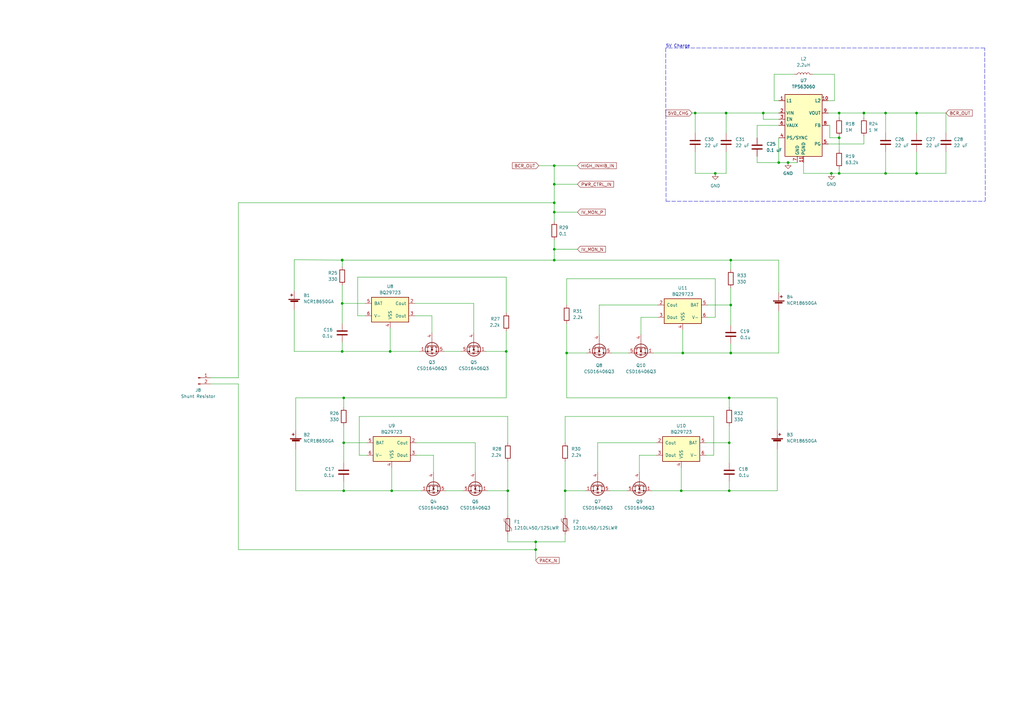
<source format=kicad_sch>
(kicad_sch (version 20211123) (generator eeschema)
  (paper "A3")
  (lib_symbols
    (symbol "Battery_Management:BQ297xy" (pin_names (offset 1.016))
      (property "Reference" "U" (at -6.35 6.35 0))
      (property "Value" "BQ297xy" (at 5.08 -6.35 0))
      (symbol "BQ297xy_0_1"
        (rectangle (start -7.62 5.08) (end 7.62 -5.08) (stroke (width 0.254)) (fill (type background)))
      )
      (symbol "BQ297xy_1_1"
        (pin no_connect line (at 7.62 0 180) (length 2.54) hide (name "NC") (number "1"))
        (pin output line (at 10.16 2.54 180) (length 2.54) (name "Cout") (number "2"))
        (pin output line (at 10.16 -2.54 180) (length 2.54) (name "Dout") (number "3"))
        (pin power_in line (at 0 -7.62 90) (length 2.54) (name "VSS") (number "4"))
        (pin input line (at -10.16 2.54 0) (length 2.54) (name "BAT") (number "5"))
        (pin input line (at -10.16 -2.54 0) (length 2.54) (name "V-") (number "6"))
      )
    )
    (symbol "Connector:Conn_01x02_Male" (pin_names (offset 1.016) hide)
      (property "Reference" "J" (at 0 2.54 0))
      (property "Value" "Conn_01x02_Male" (at 0 -5.08 0))
      (symbol "Conn_01x02_Male_1_1"
        (polyline (pts (xy 1.27 -2.54) (xy 0.8636 -2.54)) (stroke (width 0.1524)))
        (polyline (pts (xy 1.27 0) (xy 0.8636 0)) (stroke (width 0.1524)))
        (rectangle (start 0.8636 -2.413) (end 0 -2.667) (stroke (width 0.1524)) (fill (type outline)))
        (rectangle (start 0.8636 0.127) (end 0 -0.127) (stroke (width 0.1524)) (fill (type outline)))
        (pin passive line (at 5.08 0 180) (length 3.81) (name "Pin_1") (number "1"))
        (pin passive line (at 5.08 -2.54 180) (length 3.81) (name "Pin_2") (number "2"))
      )
    )
    (symbol "Device:Battery_Cell" (pin_numbers hide) (pin_names (offset 0) hide)
      (property "Reference" "BT" (at 2.54 2.54 0))
      (property "Value" "Battery_Cell" (at 2.54 0 0))
      (symbol "Battery_Cell_0_1"
        (rectangle (start -2.286 1.778) (end 2.286 1.524) (fill (type outline)))
        (rectangle (start -1.5748 1.1938) (end 1.4732 0.6858) (fill (type outline)))
        (polyline (pts (xy 0 0.762) (xy 0 0)))
        (polyline (pts (xy 0 1.778) (xy 0 2.54)))
        (polyline (pts (xy 0.508 3.429) (xy 1.524 3.429)) (stroke (width 0.254)))
        (polyline (pts (xy 1.016 3.937) (xy 1.016 2.921)) (stroke (width 0.254)))
      )
      (symbol "Battery_Cell_1_1"
        (pin passive line (at 0 5.08 270) (length 2.54) (name "+") (number "1"))
        (pin passive line (at 0 -2.54 90) (length 2.54) (name "-") (number "2"))
      )
    )
    (symbol "Device:C" (pin_numbers hide) (pin_names (offset 0.254))
      (property "Reference" "C" (at 0.635 2.54 0))
      (property "Value" "C" (at 0.635 -2.54 0))
      (symbol "C_0_1"
        (polyline (pts (xy -2.032 -0.762) (xy 2.032 -0.762)) (stroke (width 0.508)))
        (polyline (pts (xy -2.032 0.762) (xy 2.032 0.762)) (stroke (width 0.508)))
      )
      (symbol "C_1_1"
        (pin passive line (at 0 3.81 270) (length 2.794) (name "~") (number "1"))
        (pin passive line (at 0 -3.81 90) (length 2.794) (name "~") (number "2"))
      )
    )
    (symbol "Device:L" (pin_numbers hide) (pin_names (offset 1.016) hide)
      (property "Reference" "L" (at -1.27 0 90))
      (property "Value" "L" (at 1.905 0 90))
      (symbol "L_0_1"
        (arc (start 0 -2.54) (mid 0.635 -1.905) (end 0 -1.27))
        (arc (start 0 -1.27) (mid 0.635 -0.635) (end 0 0))
        (arc (start 0 0) (mid 0.635 0.635) (end 0 1.27))
        (arc (start 0 1.27) (mid 0.635 1.905) (end 0 2.54))
      )
      (symbol "L_1_1"
        (pin passive line (at 0 3.81 270) (length 1.27) (name "1") (number "1"))
        (pin passive line (at 0 -3.81 90) (length 1.27) (name "2") (number "2"))
      )
    )
    (symbol "Device:Polyfuse" (pin_numbers hide) (pin_names (offset 0))
      (property "Reference" "F" (at -2.54 0 90))
      (property "Value" "Polyfuse" (at 2.54 0 90))
      (symbol "Polyfuse_0_1"
        (rectangle (start -0.762 2.54) (end 0.762 -2.54) (stroke (width 0.254)))
        (polyline (pts (xy 0 2.54) (xy 0 -2.54)))
        (polyline (pts (xy -1.524 2.54) (xy -1.524 1.524) (xy 1.524 -1.524) (xy 1.524 -2.54)))
      )
      (symbol "Polyfuse_1_1"
        (pin passive line (at 0 3.81 270) (length 1.27) (name "~") (number "1"))
        (pin passive line (at 0 -3.81 90) (length 1.27) (name "~") (number "2"))
      )
    )
    (symbol "Device:R" (pin_numbers hide) (pin_names (offset 0))
      (property "Reference" "R" (at 2.032 0 90))
      (property "Value" "R" (at 0 0 90))
      (symbol "R_0_1"
        (rectangle (start -1.016 -2.54) (end 1.016 2.54) (stroke (width 0.254)))
      )
      (symbol "R_1_1"
        (pin passive line (at 0 3.81 270) (length 1.27) (name "~") (number "1"))
        (pin passive line (at 0 -3.81 90) (length 1.27) (name "~") (number "2"))
      )
    )
    (symbol "Regulator_Switching:TPS63060"
      (property "Reference" "U" (at -7.62 13.97 0))
      (property "Value" "TPS63060" (at 2.54 13.97 0))
      (symbol "TPS63060_0_1"
        (rectangle (start -7.62 12.7) (end 7.62 -12.7) (stroke (width 0.254)) (fill (type background)))
      )
      (symbol "TPS63060_1_1"
        (pin input line (at -10.16 10.16 0) (length 2.54) (name "L1") (number "1"))
        (pin input line (at 10.16 10.16 180) (length 2.54) (name "L2") (number "10"))
        (pin power_in line (at 0 -15.24 90) (length 2.54) (name "PGND") (number "11"))
        (pin power_in line (at -10.16 5.08 0) (length 2.54) (name "VIN") (number "2"))
        (pin input line (at -10.16 2.54 0) (length 2.54) (name "EN") (number "3"))
        (pin input line (at -10.16 -5.08 0) (length 2.54) (name "PS/SYNC") (number "4"))
        (pin output line (at 10.16 -7.62 180) (length 2.54) (name "PG") (number "5"))
        (pin passive line (at -10.16 0 0) (length 2.54) (name "VAUX") (number "6"))
        (pin power_in line (at -2.54 -15.24 90) (length 2.54) (name "GND") (number "7"))
        (pin input line (at 10.16 0 180) (length 2.54) (name "FB") (number "8"))
        (pin power_out line (at 10.16 5.08 180) (length 2.54) (name "VOUT") (number "9"))
      )
    )
    (symbol "Transistor_FET:CSD16401Q5" (pin_names hide)
      (property "Reference" "Q" (at 5.08 1.905 0))
      (property "Value" "CSD16401Q5" (at 5.08 0 0))
      (symbol "CSD16401Q5_0_1"
        (polyline (pts (xy 0.254 0) (xy -2.54 0)))
        (polyline (pts (xy 0.254 1.905) (xy 0.254 -1.905)) (stroke (width 0.254)))
        (polyline (pts (xy 0.762 -1.27) (xy 0.762 -2.286)) (stroke (width 0.254)))
        (polyline (pts (xy 0.762 0.508) (xy 0.762 -0.508)) (stroke (width 0.254)))
        (polyline (pts (xy 0.762 2.286) (xy 0.762 1.27)) (stroke (width 0.254)))
        (polyline (pts (xy 2.54 2.54) (xy 2.54 1.778)))
        (polyline (pts (xy 2.54 -2.54) (xy 2.54 0) (xy 0.762 0)))
        (polyline (pts (xy 0.762 -1.778) (xy 3.302 -1.778) (xy 3.302 1.778) (xy 0.762 1.778)))
        (polyline (pts (xy 1.016 0) (xy 2.032 0.381) (xy 2.032 -0.381) (xy 1.016 0)) (fill (type outline)))
        (polyline (pts (xy 2.794 0.508) (xy 2.921 0.381) (xy 3.683 0.381) (xy 3.81 0.254)))
        (polyline (pts (xy 3.302 0.381) (xy 2.921 -0.254) (xy 3.683 -0.254) (xy 3.302 0.381)))
        (circle (center 1.651 0) (radius 2.794) (stroke (width 0.254)))
        (circle (center 2.54 -1.778) (radius 0.254) (fill (type outline)))
        (circle (center 2.54 1.778) (radius 0.254) (fill (type outline)))
      )
      (symbol "CSD16401Q5_1_1"
        (pin passive line (at 2.54 -5.08 90) (length 2.54) (name "S") (number "1"))
        (pin passive line (at 2.54 -5.08 90) (length 2.54) hide (name "S") (number "2"))
        (pin passive line (at 2.54 -5.08 90) (length 2.54) hide (name "S") (number "3"))
        (pin passive line (at -5.08 0 0) (length 2.54) (name "G") (number "4"))
        (pin passive line (at 2.54 5.08 270) (length 2.54) (name "D") (number "5"))
      )
    )
    (symbol "power:GND" (power) (pin_names (offset 0))
      (property "Value" "GND" (at 0 -3.81 0))
      (symbol "GND_0_1"
        (polyline (pts (xy 0 0) (xy 0 -1.27) (xy 1.27 -1.27) (xy 0 -2.54) (xy -1.27 -1.27) (xy 0 -1.27)))
      )
      (symbol "GND_1_1"
        (pin power_in line (at 0 0 270) (length 0) hide (name "GND") (number "1"))
      )
    )
  )
  (junction (at 208.28 201.295))
  (junction (at 227.33 67.945))
  (junction (at 160.655 201.295))
  (junction (at 319.405 66.675))
  (junction (at 323.215 66.675))
  (junction (at 293.37 71.12))
  (junction (at 219.71 222.25))
  (junction (at 219.71 225.425))
  (junction (at 280.035 144.78))
  (junction (at 160.02 144.145))
  (junction (at 140.97 163.195))
  (junction (at 375.92 71.12))
  (junction (at 227.33 102.235))
  (junction (at 227.33 86.995))
  (junction (at 340.995 71.12))
  (junction (at 363.22 71.12))
  (junction (at 140.97 201.295))
  (junction (at 299.085 163.195))
  (junction (at 227.33 83.185))
  (junction (at 299.72 125.095))
  (junction (at 344.17 46.355))
  (junction (at 313.055 46.355))
  (junction (at 344.17 56.515))
  (junction (at 140.335 124.46))
  (junction (at 375.92 46.355))
  (junction (at 140.97 181.61))
  (junction (at 227.33 75.565))
  (junction (at 299.085 201.295))
  (junction (at 207.645 144.145))
  (junction (at 140.3604 106.68))
  (junction (at 140.335 106.68))
  (junction (at 231.775 201.295))
  (junction (at 140.335 144.145))
  (junction (at 299.72 106.68))
  (junction (at 232.41 144.78))
  (junction (at 363.22 46.355))
  (junction (at 297.815 46.355))
  (junction (at 299.085 181.61))
  (junction (at 227.33 106.68))
  (junction (at 285.115 46.355))
  (junction (at 299.72 144.78))
  (junction (at 354.33 46.355))
  (junction (at 279.4 201.295))
  (junction (at 344.17 71.12))
  (wire (pts (xy 146.685 113.665) (xy 146.685 129.54)))
  (wire (pts (xy 292.735 186.69) (xy 289.56 186.69)))
  (wire (pts (xy 120.65 106.553) (xy 140.335 106.68)))
  (wire (pts (xy 120.65 144.145) (xy 140.335 144.145)))
  (wire (pts (xy 121.285 163.195) (xy 121.285 176.53)))
  (wire (pts (xy 318.77 184.15) (xy 318.77 201.295)))
  (wire (pts (xy 150.495 181.61) (xy 140.97 181.61)))
  (wire (pts (xy 232.41 144.78) (xy 232.41 163.195)))
  (wire (pts (xy 354.33 55.88) (xy 354.33 59.055)))
  (wire (pts (xy 299.085 181.61) (xy 299.085 189.865)))
  (wire (pts (xy 147.32 186.69) (xy 150.495 186.69)))
  (wire (pts (xy 207.645 128.27) (xy 207.645 113.665)))
  (wire (pts (xy 319.405 106.68) (xy 299.72 106.68)))
  (wire (pts (xy 340.995 71.12) (xy 344.17 71.12)))
  (wire (pts (xy 140.97 174.625) (xy 140.97 181.61)))
  (polyline (pts (xy 404.114 82.55) (xy 403.86 19.685)))
  (wire (pts (xy 299.085 163.195) (xy 299.085 167.005)))
  (wire (pts (xy 219.71 225.425) (xy 219.71 229.87)))
  (wire (pts (xy 262.89 130.175) (xy 262.89 137.16)))
  (wire (pts (xy 333.375 30.48) (xy 342.265 30.48)))
  (wire (pts (xy 340.36 51.435) (xy 340.36 56.515)))
  (wire (pts (xy 363.22 46.355) (xy 375.92 46.355)))
  (wire (pts (xy 375.92 46.355) (xy 375.92 54.61)))
  (wire (pts (xy 172.085 144.145) (xy 160.02 144.145)))
  (wire (pts (xy 231.775 201.295) (xy 240.03 201.295)))
  (wire (pts (xy 344.17 71.12) (xy 363.22 71.12)))
  (wire (pts (xy 297.815 62.23) (xy 297.815 71.12)))
  (wire (pts (xy 279.4 191.77) (xy 279.4 201.295)))
  (wire (pts (xy 219.71 222.25) (xy 219.71 225.425)))
  (wire (pts (xy 227.33 83.185) (xy 227.33 86.995)))
  (wire (pts (xy 140.97 197.485) (xy 140.97 201.295)))
  (wire (pts (xy 227.33 98.425) (xy 227.33 102.235)))
  (wire (pts (xy 170.815 181.61) (xy 194.945 181.61)))
  (wire (pts (xy 375.92 46.355) (xy 387.985 46.355)))
  (wire (pts (xy 208.28 170.815) (xy 147.32 170.815)))
  (wire (pts (xy 319.405 66.675) (xy 323.215 66.675)))
  (wire (pts (xy 297.815 46.355) (xy 313.055 46.355)))
  (wire (pts (xy 317.5 41.275) (xy 319.405 41.275)))
  (wire (pts (xy 269.24 186.69) (xy 262.255 186.69)))
  (wire (pts (xy 172.72 201.295) (xy 160.655 201.295)))
  (wire (pts (xy 146.685 129.54) (xy 149.86 129.54)))
  (wire (pts (xy 219.71 222.25) (xy 231.775 222.25)))
  (wire (pts (xy 319.405 48.895) (xy 313.055 48.895)))
  (polyline (pts (xy 403.86 19.685) (xy 273.05 19.685)))
  (wire (pts (xy 342.265 41.275) (xy 339.725 41.275)))
  (wire (pts (xy 232.41 132.715) (xy 232.41 144.78)))
  (wire (pts (xy 262.255 186.69) (xy 262.255 193.675)))
  (wire (pts (xy 207.645 144.145) (xy 207.645 163.195)))
  (wire (pts (xy 344.17 61.595) (xy 344.17 56.515)))
  (wire (pts (xy 269.875 130.175) (xy 262.89 130.175)))
  (wire (pts (xy 285.115 46.355) (xy 297.815 46.355)))
  (wire (pts (xy 267.335 201.295) (xy 279.4 201.295)))
  (wire (pts (xy 267.97 144.78) (xy 280.035 144.78)))
  (wire (pts (xy 97.79 154.94) (xy 97.79 83.185)))
  (wire (pts (xy 120.65 127) (xy 120.65 144.145)))
  (wire (pts (xy 227.33 86.995) (xy 236.855 86.995)))
  (wire (pts (xy 121.285 163.195) (xy 140.97 163.195)))
  (wire (pts (xy 231.775 219.075) (xy 231.775 222.25)))
  (wire (pts (xy 344.17 46.355) (xy 354.33 46.355)))
  (wire (pts (xy 292.735 170.815) (xy 292.735 186.69)))
  (wire (pts (xy 340.36 56.515) (xy 344.17 56.515)))
  (wire (pts (xy 293.37 130.175) (xy 290.195 130.175)))
  (wire (pts (xy 160.02 144.145) (xy 140.335 144.145)))
  (wire (pts (xy 354.33 46.355) (xy 363.22 46.355)))
  (wire (pts (xy 231.775 189.23) (xy 231.775 201.295)))
  (wire (pts (xy 140.3604 106.68) (xy 227.33 106.68)))
  (wire (pts (xy 310.515 66.675) (xy 319.405 66.675)))
  (wire (pts (xy 227.33 106.68) (xy 299.72 106.68)))
  (wire (pts (xy 269.24 181.61) (xy 245.11 181.61)))
  (wire (pts (xy 319.405 127.635) (xy 319.405 144.78)))
  (wire (pts (xy 86.36 154.94) (xy 97.79 154.94)))
  (wire (pts (xy 280.035 144.78) (xy 299.72 144.78)))
  (wire (pts (xy 339.725 59.055) (xy 354.33 59.055)))
  (wire (pts (xy 160.655 201.295) (xy 140.97 201.295)))
  (wire (pts (xy 140.3604 117.0432) (xy 140.335 124.46)))
  (wire (pts (xy 227.33 67.945) (xy 236.855 67.945)))
  (wire (pts (xy 207.645 113.665) (xy 146.685 113.665)))
  (wire (pts (xy 227.33 75.565) (xy 227.33 83.185)))
  (wire (pts (xy 208.28 189.23) (xy 208.28 201.295)))
  (wire (pts (xy 318.77 163.195) (xy 299.085 163.195)))
  (wire (pts (xy 375.92 71.12) (xy 387.985 71.12)))
  (wire (pts (xy 227.33 102.235) (xy 236.855 102.235)))
  (wire (pts (xy 177.8 186.69) (xy 177.8 193.675)))
  (wire (pts (xy 340.36 51.435) (xy 339.725 51.435)))
  (wire (pts (xy 299.72 125.095) (xy 299.72 133.35)))
  (wire (pts (xy 170.18 129.54) (xy 177.165 129.54)))
  (wire (pts (xy 189.865 201.295) (xy 182.88 201.295)))
  (wire (pts (xy 250.19 201.295) (xy 257.175 201.295)))
  (wire (pts (xy 140.97 181.61) (xy 140.97 189.865)))
  (wire (pts (xy 86.36 157.48) (xy 97.79 157.48)))
  (wire (pts (xy 299.085 197.485) (xy 299.085 201.295)))
  (wire (pts (xy 140.335 140.335) (xy 140.335 144.145)))
  (wire (pts (xy 363.22 46.355) (xy 363.22 54.61)))
  (wire (pts (xy 319.405 46.355) (xy 313.055 46.355)))
  (wire (pts (xy 319.405 56.515) (xy 319.405 66.675)))
  (wire (pts (xy 310.515 51.435) (xy 310.515 56.515)))
  (wire (pts (xy 285.115 46.355) (xy 285.115 54.61)))
  (wire (pts (xy 208.28 222.25) (xy 219.71 222.25)))
  (polyline (pts (xy 273.05 19.685) (xy 273.177 82.55)))
  (wire (pts (xy 231.775 181.61) (xy 231.775 170.815)))
  (wire (pts (xy 147.32 170.815) (xy 147.32 186.69)))
  (wire (pts (xy 97.79 225.425) (xy 219.71 225.425)))
  (wire (pts (xy 170.18 124.46) (xy 194.31 124.46)))
  (wire (pts (xy 231.775 201.295) (xy 231.775 211.455)))
  (wire (pts (xy 227.33 75.565) (xy 236.855 75.565)))
  (wire (pts (xy 232.41 144.78) (xy 240.665 144.78)))
  (wire (pts (xy 285.115 62.23) (xy 285.115 71.12)))
  (wire (pts (xy 227.33 86.995) (xy 227.33 90.805)))
  (wire (pts (xy 319.405 106.68) (xy 319.405 120.015)))
  (wire (pts (xy 140.97 163.195) (xy 140.97 167.005)))
  (wire (pts (xy 231.775 170.815) (xy 292.735 170.815)))
  (wire (pts (xy 293.37 71.12) (xy 297.815 71.12)))
  (wire (pts (xy 245.745 125.095) (xy 245.745 137.16)))
  (wire (pts (xy 194.31 124.46) (xy 194.31 136.525)))
  (wire (pts (xy 194.945 181.61) (xy 194.945 193.675)))
  (wire (pts (xy 207.645 144.145) (xy 199.39 144.145)))
  (polyline (pts (xy 273.177 82.55) (xy 403.86 82.55)))
  (wire (pts (xy 363.22 71.12) (xy 375.92 71.12)))
  (wire (pts (xy 227.33 102.235) (xy 227.33 106.68)))
  (wire (pts (xy 97.79 83.185) (xy 227.33 83.185)))
  (wire (pts (xy 313.055 48.895) (xy 313.055 46.355)))
  (wire (pts (xy 279.4 201.295) (xy 299.085 201.295)))
  (wire (pts (xy 339.725 46.355) (xy 344.17 46.355)))
  (wire (pts (xy 375.92 62.23) (xy 375.92 71.12)))
  (wire (pts (xy 317.5 30.48) (xy 317.5 41.275)))
  (wire (pts (xy 177.165 129.54) (xy 177.165 136.525)))
  (wire (pts (xy 140.335 124.46) (xy 140.335 132.715)))
  (wire (pts (xy 97.79 157.48) (xy 97.79 225.425)))
  (wire (pts (xy 299.72 106.68) (xy 299.72 110.49)))
  (wire (pts (xy 250.825 144.78) (xy 257.81 144.78)))
  (wire (pts (xy 269.875 125.095) (xy 245.745 125.095)))
  (wire (pts (xy 189.23 144.145) (xy 182.245 144.145)))
  (wire (pts (xy 342.265 30.48) (xy 342.265 41.275)))
  (wire (pts (xy 232.41 163.195) (xy 299.085 163.195)))
  (wire (pts (xy 387.985 62.23) (xy 387.985 71.12)))
  (wire (pts (xy 160.655 191.77) (xy 160.655 201.295)))
  (wire (pts (xy 354.33 46.355) (xy 354.33 48.26)))
  (wire (pts (xy 363.22 62.23) (xy 363.22 71.12)))
  (wire (pts (xy 121.285 201.295) (xy 140.97 201.295)))
  (wire (pts (xy 299.72 118.11) (xy 299.72 125.095)))
  (wire (pts (xy 149.86 124.46) (xy 140.335 124.46)))
  (wire (pts (xy 299.085 174.625) (xy 299.085 181.61)))
  (wire (pts (xy 387.985 46.355) (xy 387.985 54.61)))
  (wire (pts (xy 207.645 163.195) (xy 140.97 163.195)))
  (wire (pts (xy 344.17 71.12) (xy 344.17 69.215)))
  (wire (pts (xy 297.815 46.355) (xy 297.815 54.61)))
  (wire (pts (xy 208.28 201.295) (xy 208.28 211.455)))
  (wire (pts (xy 344.17 55.88) (xy 344.17 56.515)))
  (wire (pts (xy 140.335 106.68) (xy 140.3604 106.68)))
  (wire (pts (xy 208.28 219.075) (xy 208.28 222.25)))
  (wire (pts (xy 299.72 140.97) (xy 299.72 144.78)))
  (wire (pts (xy 227.33 67.945) (xy 227.33 75.565)))
  (wire (pts (xy 208.28 201.295) (xy 200.025 201.295)))
  (wire (pts (xy 329.565 71.12) (xy 340.995 71.12)))
  (wire (pts (xy 318.77 163.195) (xy 318.77 176.53)))
  (wire (pts (xy 293.37 114.3) (xy 293.37 130.175)))
  (wire (pts (xy 285.115 71.12) (xy 293.37 71.12)))
  (wire (pts (xy 140.3604 106.68) (xy 140.3604 109.4232)))
  (wire (pts (xy 208.28 181.61) (xy 208.28 170.815)))
  (wire (pts (xy 323.215 66.675) (xy 327.025 66.675)))
  (wire (pts (xy 121.285 184.15) (xy 121.285 201.295)))
  (wire (pts (xy 344.17 48.26) (xy 344.17 46.355)))
  (wire (pts (xy 290.195 125.095) (xy 299.72 125.095)))
  (wire (pts (xy 207.645 135.89) (xy 207.645 144.145)))
  (wire (pts (xy 325.755 30.48) (xy 317.5 30.48)))
  (wire (pts (xy 170.815 186.69) (xy 177.8 186.69)))
  (wire (pts (xy 220.98 67.945) (xy 227.33 67.945)))
  (wire (pts (xy 245.11 181.61) (xy 245.11 193.675)))
  (wire (pts (xy 310.515 64.135) (xy 310.515 66.675)))
  (wire (pts (xy 318.77 201.295) (xy 299.085 201.295)))
  (wire (pts (xy 283.845 46.355) (xy 285.115 46.355)))
  (wire (pts (xy 289.56 181.61) (xy 299.085 181.61)))
  (wire (pts (xy 319.405 51.435) (xy 310.515 51.435)))
  (wire (pts (xy 232.41 114.3) (xy 293.37 114.3)))
  (wire (pts (xy 280.035 135.255) (xy 280.035 144.78)))
  (wire (pts (xy 319.405 144.78) (xy 299.72 144.78)))
  (wire (pts (xy 160.02 134.62) (xy 160.02 144.145)))
  (wire (pts (xy 232.41 125.095) (xy 232.41 114.3)))
  (wire (pts (xy 329.565 66.675) (xy 329.565 71.12)))
  (wire (pts (xy 120.65 106.553) (xy 120.65 119.38)))
  (text "5V Charge" (at 273.05 19.685 0) (effects (font (size 1.27 1.27)) (justify left bottom)))
  (global_label "IV_MON_N" (shape input) (at 236.855 102.235 0) (property "Intersheet References" "${INTERSHEET_REFS}" (effects hide)))
  (global_label "BCR_OUT" (shape input) (at 220.98 67.945 180) (property "Intersheet References" "${INTERSHEET_REFS}" (effects hide)))
  (global_label "PACK_N" (shape input) (at 219.71 229.87 0) (property "Intersheet References" "${INTERSHEET_REFS}" (effects hide)))
  (global_label "IV_MON_P" (shape input) (at 236.855 86.995 0) (property "Intersheet References" "${INTERSHEET_REFS}" (effects hide)))
  (global_label "PWR_CTRL_IN" (shape input) (at 236.855 75.565 0) (property "Intersheet References" "${INTERSHEET_REFS}" (effects hide)))
  (global_label "BCR_OUT" (shape input) (at 387.985 46.355 0) (property "Intersheet References" "${INTERSHEET_REFS}" (effects hide)))
  (global_label "5V0_CHG" (shape input) (at 283.845 46.355 180) (property "Intersheet References" "${INTERSHEET_REFS}" (effects hide)))
  (global_label "HIGH_INHIB_IN" (shape input) (at 236.855 67.945 0) (property "Intersheet References" "${INTERSHEET_REFS}" (effects hide)))
  (symbol (lib_id "Transistor_FET:CSD16401Q5") (at 245.745 142.24 270) (unit 1)
    (property "Reference" "Q8" (at 245.745 149.86 90))
    (property "Value" "CSD16406Q3" (at 245.745 152.4 90))
    (property "Footprint" "Package_TO_SOT_SMD:TDSON-8-1" (effects hide))
    (property "Datasheet" "http://www.ti.com/lit/gpn/csd16401q5" (effects hide))
  )
  (symbol (lib_id "Device:R") (at 344.17 65.405 0) (unit 1)
    (property "Reference" "R19" (at 346.71 64.1349 0) (effects (justify left)))
    (property "Value" "63.2k" (at 346.71 66.6749 0) (effects (justify left)))
    (property "Footprint" "Resistor_SMD:R_0603_1608Metric" (effects hide))
  )
  (symbol (lib_id "Device:R") (at 208.28 185.42 0) (mirror y) (unit 1)
    (property "Reference" "R28" (at 205.74 184.1499 0) (effects (justify left)))
    (property "Value" "2.2k" (at 205.74 186.6899 0) (effects (justify left)))
    (property "Footprint" "Resistor_SMD:R_0603_1608Metric" (effects hide))
  )
  (symbol (lib_id "Device:R") (at 354.33 52.07 0) (unit 1)
    (property "Reference" "R24" (at 356.235 50.7999 0) (effects (justify left)))
    (property "Value" "1 M" (at 356.235 53.3399 0) (effects (justify left)))
    (property "Footprint" "Resistor_SMD:R_0603_1608Metric" (effects hide))
  )
  (symbol (lib_id "Device:C") (at 299.72 137.16 180) (unit 1)
    (property "Reference" "C19" (at 303.53 135.8899 0) (effects (justify right)))
    (property "Value" "0.1u" (at 303.53 138.4299 0) (effects (justify right)))
    (property "Footprint" "Capacitor_SMD:C_0603_1608Metric" (effects hide))
  )
  (symbol (lib_id "Device:C") (at 140.335 136.525 0) (mirror x) (unit 1)
    (property "Reference" "C16" (at 136.525 135.2549 0) (effects (justify right)))
    (property "Value" "0.1u" (at 136.525 137.7949 0) (effects (justify right)))
    (property "Footprint" "Capacitor_SMD:C_0603_1608Metric" (effects hide))
  )
  (symbol (lib_id "Device:C") (at 375.92 58.42 0) (unit 1)
    (property "Reference" "C27" (at 379.73 57.1499 0) (effects (justify left)))
    (property "Value" "22 uF" (at 379.73 59.6899 0) (effects (justify left)))
    (property "Footprint" "Capacitor_SMD:C_0603_1608Metric" (effects hide))
  )
  (symbol (lib_id "Device:R") (at 299.085 170.815 0) (unit 1)
    (property "Reference" "R32" (at 300.99 169.5449 0) (effects (justify left)))
    (property "Value" "330" (at 300.99 172.0849 0) (effects (justify left)))
    (property "Footprint" "Resistor_SMD:R_0603_1608Metric" (effects hide))
  )
  (symbol (lib_id "Battery_Management:BQ297xy") (at 160.02 127 0) (unit 1)
    (property "Reference" "U8" (at 160.02 117.475 0))
    (property "Value" "BQ29723" (at 160.02 120.015 0))
    (property "Footprint" "Package_SON:WSON-6_1.5x1.5mm_P0.5mm" (effects hide))
    (property "Datasheet" "http://www.ti.com/lit/ds/symlink/bq2970.pdf" (effects hide))
  )
  (symbol (lib_id "power:GND") (at 293.37 71.12 0) (unit 1)
    (property "Reference" "#PWR0122" (effects hide))
    (property "Value" "GND" (at 293.37 76.2 0))
  )
  (symbol (lib_id "Transistor_FET:CSD16401Q5") (at 194.31 141.605 90) (mirror x) (unit 1)
    (property "Reference" "Q5" (at 194.31 148.59 90))
    (property "Value" "CSD16406Q3" (at 194.31 151.13 90))
    (property "Footprint" "Package_TO_SOT_SMD:TDSON-8-1" (effects hide))
    (property "Datasheet" "http://www.ti.com/lit/gpn/csd16401q5" (effects hide))
  )
  (symbol (lib_id "Connector:Conn_01x02_Male") (at 81.28 154.94 0) (unit 1)
    (property "Reference" "J8" (at 81.28 160.02 0))
    (property "Value" "Shunt Resistor" (at 81.28 162.56 0))
    (property "Footprint" "Connector_PinHeader_2.00mm:PinHeader_1x02_P2.00mm_Vertical" (effects hide))
  )
  (symbol (lib_id "Device:C") (at 285.115 58.42 0) (unit 1)
    (property "Reference" "C30" (at 288.925 57.1499 0) (effects (justify left)))
    (property "Value" "22 uF" (at 288.925 59.6899 0) (effects (justify left)))
    (property "Footprint" "Capacitor_SMD:C_0603_1608Metric" (effects hide))
  )
  (symbol (lib_id "Device:Battery_Cell") (at 121.285 181.61 0) (mirror y) (unit 1)
    (property "Reference" "B2" (at 124.46 178.3079 0) (effects (justify right)))
    (property "Value" "NCR18650GA" (at 124.46 180.8479 0) (effects (justify right)))
    (property "Footprint" "qset-footprints:Keystone_54_18650" (effects hide))
  )
  (symbol (lib_id "Device:R") (at 299.72 114.3 0) (mirror y) (unit 1)
    (property "Reference" "R33" (at 302.26 113.0299 0) (effects (justify right)))
    (property "Value" "330" (at 302.26 115.5699 0) (effects (justify right)))
    (property "Footprint" "Resistor_SMD:R_0603_1608Metric" (effects hide))
  )
  (symbol (lib_id "Device:Battery_Cell") (at 318.77 181.61 0) (unit 1)
    (property "Reference" "B3" (at 322.58 178.3079 0) (effects (justify left)))
    (property "Value" "NCR18650GA" (at 322.58 180.8479 0) (effects (justify left)))
    (property "Footprint" "qset-footprints:Keystone_54_18650" (effects hide))
  )
  (symbol (lib_id "Transistor_FET:CSD16401Q5") (at 262.255 198.755 90) (mirror x) (unit 1)
    (property "Reference" "Q9" (at 262.255 205.74 90))
    (property "Value" "CSD16406Q3" (at 262.255 208.28 90))
    (property "Footprint" "Package_TO_SOT_SMD:TDSON-8-1" (effects hide))
    (property "Datasheet" "http://www.ti.com/lit/gpn/csd16401q5" (effects hide))
  )
  (symbol (lib_id "Battery_Management:BQ297xy") (at 279.4 184.15 0) (mirror y) (unit 1)
    (property "Reference" "U10" (at 279.4 174.625 0))
    (property "Value" "BQ29723" (at 279.4 177.165 0))
    (property "Footprint" "Package_SON:WSON-6_1.5x1.5mm_P0.5mm" (effects hide))
    (property "Datasheet" "http://www.ti.com/lit/ds/symlink/bq2970.pdf" (effects hide))
  )
  (symbol (lib_id "Transistor_FET:CSD16401Q5") (at 245.11 198.755 270) (unit 1)
    (property "Reference" "Q7" (at 245.11 205.74 90))
    (property "Value" "CSD16406Q3" (at 245.11 208.28 90))
    (property "Footprint" "Package_TO_SOT_SMD:TDSON-8-1" (effects hide))
    (property "Datasheet" "http://www.ti.com/lit/gpn/csd16401q5" (effects hide))
  )
  (symbol (lib_id "Device:R") (at 231.775 185.42 0) (unit 1)
    (property "Reference" "R30" (at 234.315 184.1499 0) (effects (justify left)))
    (property "Value" "2.2k" (at 234.315 186.6899 0) (effects (justify left)))
    (property "Footprint" "Resistor_SMD:R_0603_1608Metric" (effects hide))
  )
  (symbol (lib_id "Device:R") (at 232.41 128.905 0) (unit 1)
    (property "Reference" "R31" (at 234.95 127.6349 0) (effects (justify left)))
    (property "Value" "2.2k" (at 234.95 130.1749 0) (effects (justify left)))
    (property "Footprint" "Resistor_SMD:R_0603_1608Metric" (effects hide))
  )
  (symbol (lib_id "Device:C") (at 140.97 193.675 0) (mirror x) (unit 1)
    (property "Reference" "C17" (at 137.16 192.4049 0) (effects (justify right)))
    (property "Value" "0.1u" (at 137.16 194.9449 0) (effects (justify right)))
    (property "Footprint" "Capacitor_SMD:C_0603_1608Metric" (effects hide))
  )
  (symbol (lib_id "Device:L") (at 329.565 30.48 90) (unit 1)
    (property "Reference" "L2" (at 329.565 24.13 90))
    (property "Value" "2.2uH" (at 329.565 26.67 90))
    (property "Footprint" "Inductor_SMD:L_0805_2012Metric_Pad1.15x1.40mm_HandSolder" (effects hide))
  )
  (symbol (lib_id "Device:R") (at 207.645 132.08 0) (mirror y) (unit 1)
    (property "Reference" "R27" (at 205.105 130.8099 0) (effects (justify left)))
    (property "Value" "2.2k" (at 205.105 133.3499 0) (effects (justify left)))
    (property "Footprint" "Resistor_SMD:R_0603_1608Metric" (effects hide))
  )
  (symbol (lib_id "Transistor_FET:CSD16401Q5") (at 177.8 198.755 270) (unit 1)
    (property "Reference" "Q4" (at 177.8 205.74 90))
    (property "Value" "CSD16406Q3" (at 177.8 208.28 90))
    (property "Footprint" "Package_TO_SOT_SMD:TDSON-8-1" (effects hide))
    (property "Datasheet" "http://www.ti.com/lit/gpn/csd16401q5" (effects hide))
  )
  (symbol (lib_id "Transistor_FET:CSD16401Q5") (at 177.165 141.605 270) (unit 1)
    (property "Reference" "Q3" (at 177.165 148.59 90))
    (property "Value" "CSD16406Q3" (at 177.165 151.13 90))
    (property "Footprint" "Package_TO_SOT_SMD:TDSON-8-1" (effects hide))
    (property "Datasheet" "http://www.ti.com/lit/gpn/csd16401q5" (effects hide))
  )
  (symbol (lib_id "Battery_Management:BQ297xy") (at 160.655 184.15 0) (unit 1)
    (property "Reference" "U9" (at 160.655 174.625 0))
    (property "Value" "BQ29723" (at 160.655 177.165 0))
    (property "Footprint" "Package_SON:WSON-6_1.5x1.5mm_P0.5mm" (effects hide))
    (property "Datasheet" "http://www.ti.com/lit/ds/symlink/bq2970.pdf" (effects hide))
  )
  (symbol (lib_id "Device:C") (at 363.22 58.42 0) (unit 1)
    (property "Reference" "C26" (at 367.03 57.1499 0) (effects (justify left)))
    (property "Value" "22 uF" (at 367.03 59.6899 0) (effects (justify left)))
    (property "Footprint" "Capacitor_SMD:C_0603_1608Metric" (effects hide))
  )
  (symbol (lib_id "Battery_Management:BQ297xy") (at 280.035 127.635 0) (mirror y) (unit 1)
    (property "Reference" "U11" (at 280.035 118.11 0))
    (property "Value" "BQ29723" (at 280.035 120.65 0))
    (property "Footprint" "Package_SON:WSON-6_1.5x1.5mm_P0.5mm" (effects hide))
    (property "Datasheet" "http://www.ti.com/lit/ds/symlink/bq2970.pdf" (effects hide))
  )
  (symbol (lib_id "Device:C") (at 310.515 60.325 0) (unit 1)
    (property "Reference" "C25" (at 314.325 59.0549 0) (effects (justify left)))
    (property "Value" "0.1 uF" (at 314.325 61.5949 0) (effects (justify left)))
    (property "Footprint" "Capacitor_SMD:C_0603_1608Metric" (effects hide))
  )
  (symbol (lib_id "Device:Polyfuse") (at 231.775 215.265 0) (unit 1)
    (property "Reference" "F2" (at 234.95 213.9949 0) (effects (justify left)))
    (property "Value" "1210L450/12SLWR" (at 234.95 216.5349 0) (effects (justify left)))
    (property "Footprint" "qset-footprints:1210L450-polyfuse" (effects hide))
  )
  (symbol (lib_id "Transistor_FET:CSD16401Q5") (at 194.945 198.755 90) (mirror x) (unit 1)
    (property "Reference" "Q6" (at 194.945 205.74 90))
    (property "Value" "CSD16406Q3" (at 194.945 208.28 90))
    (property "Footprint" "Package_TO_SOT_SMD:TDSON-8-1" (effects hide))
    (property "Datasheet" "http://www.ti.com/lit/gpn/csd16401q5" (effects hide))
  )
  (symbol (lib_id "Device:R") (at 140.97 170.815 0) (mirror y) (unit 1)
    (property "Reference" "R26" (at 139.065 169.5449 0) (effects (justify left)))
    (property "Value" "330" (at 139.065 172.0849 0) (effects (justify left)))
    (property "Footprint" "Resistor_SMD:R_0603_1608Metric" (effects hide))
  )
  (symbol (lib_id "Device:C") (at 297.815 58.42 0) (unit 1)
    (property "Reference" "C31" (at 301.625 57.1499 0) (effects (justify left)))
    (property "Value" "22 uF" (at 301.625 59.6899 0) (effects (justify left)))
    (property "Footprint" "Capacitor_SMD:C_0603_1608Metric" (effects hide))
  )
  (symbol (lib_id "Device:C") (at 299.085 193.675 180) (unit 1)
    (property "Reference" "C18" (at 302.895 192.4049 0) (effects (justify right)))
    (property "Value" "0.1u" (at 302.895 194.9449 0) (effects (justify right)))
    (property "Footprint" "Capacitor_SMD:C_0603_1608Metric" (effects hide))
  )
  (symbol (lib_id "Device:Battery_Cell") (at 319.405 125.095 0) (unit 1)
    (property "Reference" "B4" (at 322.58 121.7929 0) (effects (justify left)))
    (property "Value" "NCR18650GA" (at 322.58 124.3329 0) (effects (justify left)))
    (property "Footprint" "qset-footprints:Keystone_54_18650" (effects hide))
  )
  (symbol (lib_id "Device:C") (at 387.985 58.42 0) (unit 1)
    (property "Reference" "C28" (at 391.16 57.1499 0) (effects (justify left)))
    (property "Value" "22 uF" (at 391.16 59.6899 0) (effects (justify left)))
    (property "Footprint" "Capacitor_SMD:C_0603_1608Metric" (effects hide))
  )
  (symbol (lib_id "Device:R") (at 227.33 94.615 0) (unit 1)
    (property "Reference" "R29" (at 229.235 93.3449 0) (effects (justify left)))
    (property "Value" "0.1" (at 229.235 95.8849 0) (effects (justify left)))
    (property "Footprint" "Resistor_SMD:R_0603_1608Metric" (effects hide))
  )
  (symbol (lib_id "Device:Battery_Cell") (at 120.65 124.46 0) (mirror y) (unit 1)
    (property "Reference" "B1" (at 124.46 121.1579 0) (effects (justify right)))
    (property "Value" "NCR18650GA" (at 124.46 123.6979 0) (effects (justify right)))
    (property "Footprint" "qset-footprints:Keystone_54_18650" (effects hide))
  )
  (symbol (lib_id "power:GND") (at 340.995 71.12 0) (unit 1)
    (property "Reference" "#PWR0115" (effects hide))
    (property "Value" "GND" (at 340.995 75.565 0))
  )
  (symbol (lib_id "Transistor_FET:CSD16401Q5") (at 262.89 142.24 90) (mirror x) (unit 1)
    (property "Reference" "Q10" (at 262.89 149.86 90))
    (property "Value" "CSD16406Q3" (at 262.89 152.4 90))
    (property "Footprint" "Package_TO_SOT_SMD:TDSON-8-1" (effects hide))
    (property "Datasheet" "http://www.ti.com/lit/gpn/csd16401q5" (effects hide))
  )
  (symbol (lib_id "Regulator_Switching:TPS63060") (at 329.565 51.435 0) (unit 1)
    (property "Reference" "U7" (at 329.565 33.02 0))
    (property "Value" "TPS63060" (at 329.565 35.56 0))
    (property "Footprint" "Package_SON:Texas_S-PWSON-N10_ThermalVias" (effects hide))
    (property "Datasheet" "http://www.ti.com/lit/ds/symlink/tps63060.pdf" (effects hide))
  )
  (symbol (lib_id "Device:Polyfuse") (at 208.28 215.265 0) (unit 1)
    (property "Reference" "F1" (at 210.82 213.9949 0) (effects (justify left)))
    (property "Value" "1210L450/12SLWR" (at 210.82 216.5349 0) (effects (justify left)))
    (property "Footprint" "qset-footprints:1210L450-polyfuse" (effects hide))
  )
  (symbol (lib_id "Device:R") (at 140.3604 113.2332 0) (mirror y) (unit 1)
    (property "Reference" "R25" (at 138.4554 111.9631 0) (effects (justify left)))
    (property "Value" "330" (at 138.4554 114.5031 0) (effects (justify left)))
    (property "Footprint" "Resistor_SMD:R_0603_1608Metric" (effects hide))
  )
  (symbol (lib_id "Device:R") (at 344.17 52.07 0) (unit 1)
    (property "Reference" "R18" (at 346.71 50.7999 0) (effects (justify left)))
    (property "Value" "1M" (at 346.71 53.3399 0) (effects (justify left)))
    (property "Footprint" "Resistor_SMD:R_0603_1608Metric" (effects hide))
  )
  (symbol (lib_id "power:GND") (at 323.215 66.675 0) (unit 1)
    (property "Reference" "#PWR0120" (effects hide))
    (property "Value" "GND" (at 323.215 71.12 0))
  )
)
</source>
